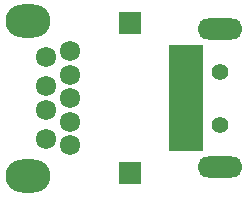
<source format=gbr>
G04 #@! TF.GenerationSoftware,KiCad,Pcbnew,(5.0-dev-4115-gdd04bcb)*
G04 #@! TF.CreationDate,2018-06-11T00:35:00-07:00*
G04 #@! TF.ProjectId,USB-Voltage-Probe,5553422D566F6C746167652D50726F62,rev?*
G04 #@! TF.SameCoordinates,Original*
G04 #@! TF.FileFunction,Soldermask,Top*
G04 #@! TF.FilePolarity,Negative*
%FSLAX46Y46*%
G04 Gerber Fmt 4.6, Leading zero omitted, Abs format (unit mm)*
G04 Created by KiCad (PCBNEW (5.0-dev-4115-gdd04bcb)) date Monday, June 11, 2018 at 12:35:00 AM*
%MOMM*%
%LPD*%
G01*
G04 APERTURE LIST*
%ADD10C,1.724000*%
%ADD11O,3.800000X2.800000*%
%ADD12R,1.900000X1.900000*%
%ADD13R,2.980000X1.000000*%
%ADD14O,3.800000X1.800000*%
%ADD15C,1.400000*%
G04 APERTURE END LIST*
D10*
X149860000Y-54610000D03*
X149860000Y-52610000D03*
X149860000Y-50610000D03*
X149860000Y-56610000D03*
X149860000Y-58610000D03*
X147860000Y-51110000D03*
X147860000Y-53610000D03*
X147860000Y-55610000D03*
X147860000Y-58110000D03*
D11*
X146360000Y-61180000D03*
X146360000Y-48040000D03*
D12*
X154940000Y-60960000D03*
X154940000Y-48260000D03*
D13*
X159710000Y-54610000D03*
X159710000Y-53610000D03*
X159710000Y-52610000D03*
X159710000Y-51610000D03*
X159710000Y-55610000D03*
X159710000Y-56610000D03*
X159710000Y-57610000D03*
X159710000Y-50610000D03*
X159710000Y-58610000D03*
D14*
X162550000Y-48760000D03*
X162550000Y-60460000D03*
D15*
X162550000Y-52360000D03*
X162550000Y-56860000D03*
M02*

</source>
